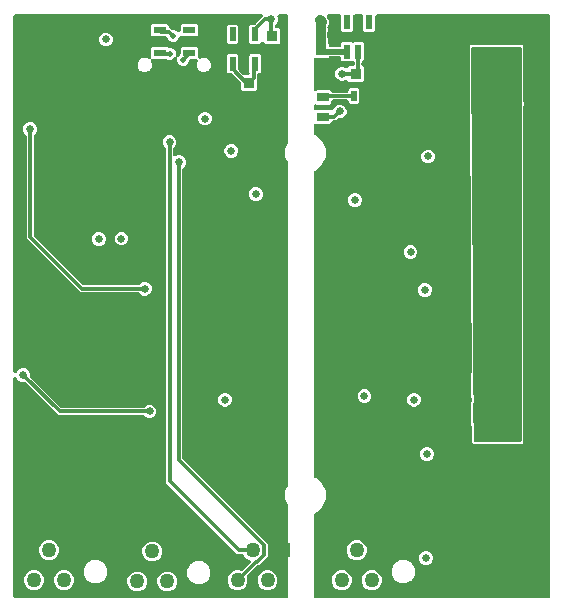
<source format=gbl>
G04 EAGLE Gerber RS-274X export*
G75*
%MOMM*%
%FSLAX34Y34*%
%LPD*%
%INBottom Copper*%
%IPPOS*%
%AMOC8*
5,1,8,0,0,1.08239X$1,22.5*%
G01*
G04 Define Apertures*
%ADD10R,0.920900X0.970200*%
%ADD11R,0.970200X0.920900*%
%ADD12R,1.100000X0.600000*%
%ADD13R,1.275000X1.275000*%
%ADD14C,1.275000*%
%ADD15R,0.600000X1.200000*%
%ADD16R,1.164600X1.815300*%
%ADD17R,0.973900X0.798700*%
%ADD18R,0.511800X0.911800*%
%ADD19C,1.275000*%
%ADD20C,0.900000*%
%ADD21C,0.650000*%
%ADD22C,0.304800*%
%ADD23C,0.500000*%
%ADD24C,0.600000*%
%ADD25C,0.508000*%
%ADD26C,0.812800*%
G36*
X456308Y2883D02*
X456809Y3226D01*
X457136Y3737D01*
X457238Y4286D01*
X457238Y495714D01*
X457117Y496308D01*
X456774Y496809D01*
X456263Y497136D01*
X455714Y497238D01*
X310624Y497238D01*
X310030Y497117D01*
X309529Y496774D01*
X309202Y496263D01*
X309100Y495714D01*
X309100Y483672D01*
X307928Y482500D01*
X300272Y482500D01*
X299100Y483672D01*
X299100Y495714D01*
X298979Y496308D01*
X298636Y496809D01*
X298125Y497136D01*
X297576Y497238D01*
X291624Y497238D01*
X291030Y497117D01*
X290529Y496774D01*
X290202Y496263D01*
X290100Y495714D01*
X290100Y483672D01*
X288928Y482500D01*
X281272Y482500D01*
X280100Y483672D01*
X280100Y495714D01*
X279979Y496308D01*
X279636Y496809D01*
X279125Y497136D01*
X278576Y497238D01*
X269383Y497238D01*
X268789Y497117D01*
X268289Y496774D01*
X267962Y496263D01*
X267860Y495665D01*
X267975Y495131D01*
X268433Y494026D01*
X268763Y493532D01*
X268771Y493524D01*
X269583Y491563D01*
X269583Y489441D01*
X268699Y487307D01*
X268583Y486724D01*
X268583Y485955D01*
X268699Y485371D01*
X268790Y485152D01*
X268790Y482848D01*
X268699Y482629D01*
X268583Y482045D01*
X268583Y477955D01*
X268699Y477371D01*
X268790Y477152D01*
X268790Y474632D01*
X268753Y474444D01*
X268879Y473851D01*
X269200Y473379D01*
X270100Y472479D01*
X270100Y470834D01*
X270221Y470240D01*
X270564Y469739D01*
X271075Y469412D01*
X271624Y469310D01*
X278576Y469310D01*
X279170Y469431D01*
X279671Y469774D01*
X279998Y470285D01*
X280100Y470834D01*
X280100Y472328D01*
X281272Y473500D01*
X289008Y473500D01*
X289278Y473321D01*
X289874Y473210D01*
X290467Y473340D01*
X290700Y473500D01*
X298428Y473500D01*
X299600Y472328D01*
X299600Y458672D01*
X298273Y457345D01*
X297823Y457036D01*
X297496Y456525D01*
X297394Y455976D01*
X297394Y454724D01*
X297515Y454130D01*
X297840Y453647D01*
X299159Y452328D01*
X299159Y440970D01*
X297987Y439798D01*
X287121Y439798D01*
X285830Y441089D01*
X285829Y441097D01*
X285486Y441597D01*
X284975Y441924D01*
X284377Y442026D01*
X283842Y441910D01*
X282152Y441210D01*
X279848Y441210D01*
X277720Y442092D01*
X276092Y443720D01*
X275210Y445848D01*
X275210Y448152D01*
X276092Y450280D01*
X277720Y451909D01*
X279848Y452790D01*
X282152Y452790D01*
X284223Y451932D01*
X284818Y451816D01*
X285412Y451942D01*
X285884Y452263D01*
X287121Y453500D01*
X290282Y453500D01*
X290876Y453621D01*
X291377Y453964D01*
X291704Y454475D01*
X291806Y455024D01*
X291806Y455976D01*
X291685Y456570D01*
X291342Y457071D01*
X290950Y457322D01*
X290928Y457344D01*
X290422Y457679D01*
X289826Y457790D01*
X289233Y457660D01*
X289000Y457500D01*
X281272Y457500D01*
X280100Y458672D01*
X280100Y460166D01*
X279979Y460760D01*
X279636Y461261D01*
X279125Y461588D01*
X278576Y461690D01*
X270808Y461690D01*
X270214Y461569D01*
X269731Y461244D01*
X268928Y460442D01*
X258524Y460442D01*
X257930Y460321D01*
X257429Y459978D01*
X257102Y459467D01*
X257000Y458918D01*
X257000Y434095D01*
X257121Y433501D01*
X257464Y433001D01*
X257975Y432674D01*
X258573Y432572D01*
X259163Y432712D01*
X259384Y432866D01*
X270845Y432866D01*
X272271Y431440D01*
X272776Y431105D01*
X273348Y430994D01*
X285017Y430994D01*
X285611Y431115D01*
X286112Y431458D01*
X286439Y431969D01*
X286541Y432518D01*
X286541Y433587D01*
X287713Y434759D01*
X294487Y434759D01*
X295659Y433587D01*
X295659Y422813D01*
X294487Y421641D01*
X287713Y421641D01*
X286541Y422813D01*
X286541Y423882D01*
X286420Y424476D01*
X286077Y424977D01*
X285566Y425304D01*
X285017Y425406D01*
X273541Y425406D01*
X272947Y425285D01*
X272446Y424942D01*
X272119Y424431D01*
X272017Y423882D01*
X272017Y422050D01*
X270845Y420879D01*
X259372Y420879D01*
X259096Y421061D01*
X258500Y421173D01*
X257907Y421042D01*
X257413Y420692D01*
X257094Y420175D01*
X257000Y419649D01*
X257000Y417791D01*
X257121Y417197D01*
X257464Y416697D01*
X257975Y416370D01*
X258573Y416268D01*
X259163Y416408D01*
X259384Y416562D01*
X270845Y416562D01*
X271025Y416382D01*
X271530Y416047D01*
X272127Y415936D01*
X272719Y416066D01*
X273214Y416417D01*
X273510Y416877D01*
X274092Y418280D01*
X275720Y419909D01*
X277848Y420790D01*
X280152Y420790D01*
X282280Y419909D01*
X283909Y418280D01*
X284790Y416152D01*
X284790Y413848D01*
X283909Y411720D01*
X282280Y410092D01*
X280152Y409210D01*
X277793Y409210D01*
X277198Y409089D01*
X276715Y408764D01*
X275725Y407774D01*
X273541Y407774D01*
X272947Y407653D01*
X272446Y407310D01*
X272119Y406799D01*
X272017Y406250D01*
X272017Y405746D01*
X270845Y404575D01*
X259372Y404575D01*
X259096Y404757D01*
X258500Y404869D01*
X257907Y404738D01*
X257413Y404388D01*
X257094Y403871D01*
X257000Y403345D01*
X257000Y396519D01*
X257121Y395925D01*
X257464Y395425D01*
X257941Y395111D01*
X259630Y394412D01*
X264412Y389630D01*
X267000Y383382D01*
X267000Y376619D01*
X264412Y370370D01*
X259630Y365588D01*
X257941Y364889D01*
X257438Y364550D01*
X257107Y364041D01*
X257000Y363481D01*
X257000Y106519D01*
X257121Y105925D01*
X257464Y105425D01*
X257941Y105111D01*
X259630Y104412D01*
X264412Y99630D01*
X267000Y93382D01*
X267000Y86619D01*
X264412Y80370D01*
X259630Y75588D01*
X257941Y74889D01*
X257438Y74550D01*
X257107Y74041D01*
X257000Y73481D01*
X257000Y4286D01*
X257121Y3692D01*
X257464Y3191D01*
X257975Y2864D01*
X258524Y2762D01*
X455714Y2762D01*
X456308Y2883D01*
G37*
%LPC*%
G36*
X407499Y133471D02*
X407276Y133619D01*
X406704Y133730D01*
X392994Y133730D01*
X392638Y133767D01*
X392448Y133825D01*
X392256Y133920D01*
X392084Y134047D01*
X391935Y134200D01*
X391798Y134401D01*
X391618Y134617D01*
X390915Y135321D01*
X390915Y146748D01*
X391115Y147050D01*
X391226Y147646D01*
X391096Y148238D01*
X390780Y148699D01*
X389931Y149548D01*
X389931Y169358D01*
X390872Y170299D01*
X391207Y170805D01*
X391318Y171401D01*
X391188Y171993D01*
X390872Y172454D01*
X389931Y173395D01*
X389931Y193205D01*
X390733Y194006D01*
X391067Y194512D01*
X391179Y195096D01*
X390541Y277366D01*
X390416Y277959D01*
X390095Y278431D01*
X389931Y278595D01*
X389931Y298409D01*
X390258Y298903D01*
X390370Y299487D01*
X390346Y302561D01*
X390220Y303154D01*
X389931Y303580D01*
X389931Y323507D01*
X390066Y323711D01*
X390177Y324294D01*
X389614Y397002D01*
X389488Y397596D01*
X389167Y398068D01*
X388915Y398321D01*
X388915Y409679D01*
X389060Y409824D01*
X389394Y410330D01*
X389506Y410913D01*
X389049Y469905D01*
X389089Y470292D01*
X389146Y470476D01*
X389243Y470667D01*
X389371Y470838D01*
X389526Y470986D01*
X389703Y471105D01*
X389898Y471193D01*
X390105Y471246D01*
X390382Y471270D01*
X432917Y471270D01*
X433289Y471230D01*
X433476Y471171D01*
X433667Y471075D01*
X433838Y470947D01*
X433986Y470792D01*
X434105Y470615D01*
X434193Y470420D01*
X434246Y470213D01*
X434270Y469936D01*
X434270Y424710D01*
X434386Y424127D01*
X434790Y423152D01*
X434790Y420848D01*
X434386Y419873D01*
X434270Y419290D01*
X434270Y135083D01*
X434230Y134711D01*
X434171Y134524D01*
X434075Y134333D01*
X433947Y134162D01*
X433792Y134014D01*
X433615Y133895D01*
X433420Y133807D01*
X433213Y133754D01*
X432936Y133730D01*
X421788Y133730D01*
X421194Y133609D01*
X420988Y133471D01*
X407499Y133471D01*
G37*
G36*
X352848Y371210D02*
X350720Y372092D01*
X349092Y373720D01*
X348210Y375848D01*
X348210Y378152D01*
X349092Y380280D01*
X350720Y381909D01*
X352848Y382790D01*
X355152Y382790D01*
X357280Y381909D01*
X358909Y380280D01*
X359790Y378152D01*
X359790Y375848D01*
X358909Y373720D01*
X357280Y372092D01*
X355152Y371210D01*
X352848Y371210D01*
G37*
G36*
X290848Y334210D02*
X288720Y335092D01*
X287092Y336720D01*
X286210Y338848D01*
X286210Y341152D01*
X287092Y343280D01*
X288720Y344909D01*
X290848Y345790D01*
X293152Y345790D01*
X295280Y344909D01*
X296909Y343280D01*
X297790Y341152D01*
X297790Y338848D01*
X296909Y336720D01*
X295280Y335092D01*
X293152Y334210D01*
X290848Y334210D01*
G37*
G36*
X337848Y290210D02*
X335720Y291092D01*
X334092Y292720D01*
X333210Y294848D01*
X333210Y297152D01*
X334092Y299280D01*
X335720Y300909D01*
X337848Y301790D01*
X340152Y301790D01*
X342280Y300909D01*
X343909Y299280D01*
X344790Y297152D01*
X344790Y294848D01*
X343909Y292720D01*
X342280Y291092D01*
X340152Y290210D01*
X337848Y290210D01*
G37*
G36*
X349848Y258210D02*
X347720Y259092D01*
X346092Y260720D01*
X345210Y262848D01*
X345210Y265152D01*
X346092Y267280D01*
X347720Y268909D01*
X349848Y269790D01*
X352152Y269790D01*
X354280Y268909D01*
X355909Y267280D01*
X356790Y265152D01*
X356790Y262848D01*
X355909Y260720D01*
X354280Y259092D01*
X352152Y258210D01*
X349848Y258210D01*
G37*
G36*
X298848Y168210D02*
X296720Y169092D01*
X295092Y170720D01*
X294210Y172848D01*
X294210Y175152D01*
X295092Y177280D01*
X296720Y178909D01*
X298848Y179790D01*
X301152Y179790D01*
X303280Y178909D01*
X304909Y177280D01*
X305790Y175152D01*
X305790Y172848D01*
X304909Y170720D01*
X303280Y169092D01*
X301152Y168210D01*
X298848Y168210D01*
G37*
G36*
X340848Y165210D02*
X338720Y166092D01*
X337092Y167720D01*
X336210Y169848D01*
X336210Y172152D01*
X337092Y174280D01*
X338720Y175909D01*
X340848Y176790D01*
X343152Y176790D01*
X345280Y175909D01*
X346909Y174280D01*
X347790Y172152D01*
X347790Y169848D01*
X346909Y167720D01*
X345280Y166092D01*
X343152Y165210D01*
X340848Y165210D01*
G37*
G36*
X351848Y119210D02*
X349720Y120092D01*
X348092Y121720D01*
X347210Y123848D01*
X347210Y126152D01*
X348092Y128280D01*
X349720Y129909D01*
X351848Y130790D01*
X354152Y130790D01*
X356280Y129909D01*
X357909Y128280D01*
X358790Y126152D01*
X358790Y123848D01*
X357909Y121720D01*
X356280Y120092D01*
X354152Y119210D01*
X351848Y119210D01*
G37*
G36*
X291734Y35125D02*
X288656Y36400D01*
X286300Y38756D01*
X285025Y41834D01*
X285025Y45166D01*
X286300Y48244D01*
X288656Y50600D01*
X291734Y51875D01*
X295066Y51875D01*
X298144Y50600D01*
X300500Y48244D01*
X301775Y45166D01*
X301775Y41834D01*
X300500Y38756D01*
X298144Y36400D01*
X295066Y35125D01*
X291734Y35125D01*
G37*
G36*
X350848Y31210D02*
X348720Y32092D01*
X347092Y33720D01*
X346210Y35848D01*
X346210Y38152D01*
X347092Y40280D01*
X348720Y41909D01*
X350848Y42790D01*
X353152Y42790D01*
X355280Y41909D01*
X356909Y40280D01*
X357790Y38152D01*
X357790Y35848D01*
X356909Y33720D01*
X355280Y32092D01*
X353152Y31210D01*
X350848Y31210D01*
G37*
G36*
X330188Y15750D02*
X328565Y16687D01*
X328386Y16775D01*
X327277Y17234D01*
X326955Y17556D01*
X326640Y17798D01*
X325663Y18363D01*
X325098Y19340D01*
X324856Y19655D01*
X324534Y19977D01*
X324075Y21086D01*
X323987Y21265D01*
X323050Y22888D01*
X323050Y28113D01*
X323987Y29735D01*
X324075Y29914D01*
X324534Y31023D01*
X324856Y31345D01*
X325098Y31660D01*
X325663Y32638D01*
X326640Y33202D01*
X326955Y33444D01*
X327277Y33766D01*
X328386Y34225D01*
X328565Y34313D01*
X330188Y35250D01*
X335413Y35250D01*
X337035Y34313D01*
X337214Y34225D01*
X338323Y33766D01*
X338645Y33444D01*
X338960Y33202D01*
X339938Y32638D01*
X340502Y31660D01*
X340744Y31345D01*
X341066Y31023D01*
X341525Y29914D01*
X341613Y29735D01*
X342550Y28113D01*
X342550Y22888D01*
X341613Y21265D01*
X341525Y21086D01*
X341066Y19977D01*
X340744Y19655D01*
X340502Y19340D01*
X339938Y18363D01*
X338960Y17798D01*
X338645Y17556D01*
X338323Y17234D01*
X337214Y16775D01*
X337035Y16687D01*
X335413Y15750D01*
X330188Y15750D01*
G37*
G36*
X304434Y9725D02*
X301356Y11000D01*
X299000Y13356D01*
X297725Y16434D01*
X297725Y19766D01*
X299000Y22844D01*
X301356Y25200D01*
X304434Y26475D01*
X307766Y26475D01*
X310844Y25200D01*
X313200Y22844D01*
X314475Y19766D01*
X314475Y16434D01*
X313200Y13356D01*
X310844Y11000D01*
X307766Y9725D01*
X304434Y9725D01*
G37*
G36*
X279034Y9725D02*
X275956Y11000D01*
X273600Y13356D01*
X272325Y16434D01*
X272325Y19766D01*
X273600Y22844D01*
X275956Y25200D01*
X279034Y26475D01*
X282366Y26475D01*
X285444Y25200D01*
X287800Y22844D01*
X289075Y19766D01*
X289075Y16434D01*
X287800Y13356D01*
X285444Y11000D01*
X282366Y9725D01*
X279034Y9725D01*
G37*
%LPD*%
G36*
X234070Y2883D02*
X234571Y3226D01*
X234898Y3737D01*
X235000Y4286D01*
X235000Y22219D01*
X234850Y22779D01*
X234850Y28221D01*
X235000Y28781D01*
X235000Y81487D01*
X234884Y82070D01*
X233000Y86619D01*
X233000Y93382D01*
X234884Y97930D01*
X235000Y98513D01*
X235000Y371487D01*
X234884Y372070D01*
X233000Y376619D01*
X233000Y383382D01*
X234884Y387930D01*
X235000Y388513D01*
X235000Y495714D01*
X234879Y496308D01*
X234536Y496809D01*
X234025Y497136D01*
X233476Y497238D01*
X227792Y497238D01*
X227198Y497117D01*
X226698Y496774D01*
X226371Y496263D01*
X226269Y495665D01*
X226384Y495131D01*
X226790Y494152D01*
X226790Y491848D01*
X225909Y489720D01*
X224240Y488052D01*
X223905Y487546D01*
X223794Y486950D01*
X223924Y486358D01*
X224275Y485863D01*
X224791Y485544D01*
X225318Y485451D01*
X227379Y485451D01*
X228551Y484279D01*
X228551Y473413D01*
X227379Y472242D01*
X216021Y472242D01*
X214523Y473739D01*
X214017Y474074D01*
X213421Y474185D01*
X212829Y474055D01*
X212368Y473739D01*
X211128Y472500D01*
X203472Y472500D01*
X202300Y473672D01*
X202300Y487328D01*
X203472Y488500D01*
X206717Y488500D01*
X207312Y488621D01*
X207795Y488946D01*
X213485Y494636D01*
X213820Y495142D01*
X213931Y495738D01*
X213801Y496331D01*
X213450Y496825D01*
X212934Y497144D01*
X212407Y497238D01*
X4286Y497238D01*
X3692Y497117D01*
X3191Y496774D01*
X2864Y496263D01*
X2762Y495714D01*
X2762Y194903D01*
X2883Y194309D01*
X3226Y193809D01*
X3737Y193482D01*
X4335Y193380D01*
X4925Y193520D01*
X5414Y193879D01*
X5694Y194320D01*
X6092Y195280D01*
X7720Y196909D01*
X9848Y197790D01*
X12152Y197790D01*
X14280Y196909D01*
X15909Y195280D01*
X16790Y193152D01*
X16790Y190793D01*
X16911Y190198D01*
X17236Y189715D01*
X42711Y164240D01*
X43217Y163905D01*
X43789Y163794D01*
X111974Y163794D01*
X112569Y163915D01*
X113052Y164240D01*
X114720Y165909D01*
X116848Y166790D01*
X119152Y166790D01*
X121280Y165909D01*
X122909Y164280D01*
X123790Y162152D01*
X123790Y159848D01*
X122909Y157720D01*
X121280Y156092D01*
X119152Y155210D01*
X116848Y155210D01*
X114720Y156092D01*
X113052Y157760D01*
X112546Y158095D01*
X111974Y158206D01*
X40843Y158206D01*
X13285Y185764D01*
X12779Y186099D01*
X12207Y186210D01*
X9848Y186210D01*
X7720Y187092D01*
X6092Y188720D01*
X5694Y189680D01*
X5355Y190183D01*
X4847Y190514D01*
X4250Y190620D01*
X3658Y190485D01*
X3166Y190130D01*
X2852Y189612D01*
X2762Y189097D01*
X2762Y4286D01*
X2883Y3692D01*
X3226Y3191D01*
X3737Y2864D01*
X4286Y2762D01*
X233476Y2762D01*
X234070Y2883D01*
G37*
%LPC*%
G36*
X136998Y473960D02*
X135145Y474727D01*
X133727Y476145D01*
X133059Y477759D01*
X132720Y478262D01*
X132211Y478593D01*
X131651Y478700D01*
X120472Y478700D01*
X119300Y479872D01*
X119300Y487528D01*
X120472Y488700D01*
X133128Y488700D01*
X134300Y487528D01*
X134300Y487018D01*
X134421Y486424D01*
X134764Y485923D01*
X135275Y485596D01*
X135373Y485578D01*
X136465Y484486D01*
X136971Y484151D01*
X137543Y484040D01*
X139003Y484040D01*
X140855Y483273D01*
X141698Y482429D01*
X142204Y482094D01*
X142800Y481983D01*
X143393Y482113D01*
X143887Y482464D01*
X144206Y482980D01*
X144300Y483507D01*
X144300Y487528D01*
X145472Y488700D01*
X158128Y488700D01*
X159300Y487528D01*
X159300Y479872D01*
X158128Y478700D01*
X145421Y478700D01*
X145065Y478936D01*
X144469Y479047D01*
X143876Y478917D01*
X143382Y478566D01*
X143085Y478106D01*
X142273Y476145D01*
X140855Y474727D01*
X139003Y473960D01*
X136998Y473960D01*
G37*
G36*
X184472Y472500D02*
X183300Y473672D01*
X183300Y487328D01*
X184472Y488500D01*
X192128Y488500D01*
X193300Y487328D01*
X193300Y473672D01*
X192128Y472500D01*
X184472Y472500D01*
G37*
G36*
X100143Y477530D02*
X100037Y477544D01*
X99933Y477567D01*
X99831Y477599D01*
X99732Y477640D01*
X99638Y477689D01*
X99547Y477747D01*
X99463Y477812D01*
X99384Y477884D01*
X99312Y477963D01*
X99247Y478047D01*
X99189Y478138D01*
X99140Y478232D01*
X99099Y478331D01*
X99067Y478433D01*
X99044Y478537D01*
X99030Y478643D01*
X99024Y478784D01*
X99024Y485216D01*
X99030Y485357D01*
X99044Y485463D01*
X99067Y485567D01*
X99099Y485669D01*
X99140Y485768D01*
X99189Y485862D01*
X99247Y485953D01*
X99312Y486037D01*
X99384Y486116D01*
X99463Y486188D01*
X99547Y486253D01*
X99638Y486311D01*
X99732Y486360D01*
X99831Y486401D01*
X99933Y486433D01*
X100037Y486456D01*
X100143Y486470D01*
X100250Y486475D01*
X100357Y486470D01*
X100463Y486456D01*
X100567Y486433D01*
X100669Y486401D01*
X100768Y486360D01*
X100862Y486311D01*
X100953Y486253D01*
X101037Y486188D01*
X101116Y486116D01*
X101188Y486037D01*
X101253Y485953D01*
X101311Y485862D01*
X101360Y485768D01*
X101401Y485669D01*
X101433Y485567D01*
X101456Y485463D01*
X101470Y485357D01*
X101476Y485216D01*
X101476Y478784D01*
X101470Y478643D01*
X101456Y478537D01*
X101433Y478433D01*
X101401Y478331D01*
X101360Y478232D01*
X101311Y478138D01*
X101253Y478047D01*
X101188Y477963D01*
X101116Y477884D01*
X101037Y477812D01*
X100953Y477747D01*
X100862Y477689D01*
X100768Y477640D01*
X100669Y477599D01*
X100567Y477567D01*
X100463Y477544D01*
X100357Y477530D01*
X100250Y477525D01*
X100143Y477530D01*
G37*
G36*
X177643Y477530D02*
X177537Y477544D01*
X177433Y477567D01*
X177331Y477599D01*
X177232Y477640D01*
X177138Y477689D01*
X177047Y477747D01*
X176963Y477812D01*
X176884Y477884D01*
X176812Y477963D01*
X176747Y478047D01*
X176689Y478138D01*
X176640Y478232D01*
X176599Y478331D01*
X176567Y478433D01*
X176544Y478537D01*
X176530Y478643D01*
X176524Y478784D01*
X176524Y485216D01*
X176530Y485357D01*
X176544Y485463D01*
X176567Y485567D01*
X176599Y485669D01*
X176640Y485768D01*
X176689Y485862D01*
X176747Y485953D01*
X176812Y486037D01*
X176884Y486116D01*
X176963Y486188D01*
X177047Y486253D01*
X177138Y486311D01*
X177232Y486360D01*
X177331Y486401D01*
X177433Y486433D01*
X177537Y486456D01*
X177643Y486470D01*
X177750Y486475D01*
X177857Y486470D01*
X177963Y486456D01*
X178067Y486433D01*
X178169Y486401D01*
X178268Y486360D01*
X178362Y486311D01*
X178453Y486253D01*
X178537Y486188D01*
X178616Y486116D01*
X178688Y486037D01*
X178753Y485953D01*
X178811Y485862D01*
X178860Y485768D01*
X178901Y485669D01*
X178933Y485567D01*
X178956Y485463D01*
X178970Y485357D01*
X178976Y485216D01*
X178976Y478784D01*
X178970Y478643D01*
X178956Y478537D01*
X178933Y478433D01*
X178901Y478331D01*
X178860Y478232D01*
X178811Y478138D01*
X178753Y478047D01*
X178688Y477963D01*
X178616Y477884D01*
X178537Y477812D01*
X178453Y477747D01*
X178362Y477689D01*
X178268Y477640D01*
X178169Y477599D01*
X178067Y477567D01*
X177963Y477544D01*
X177857Y477530D01*
X177750Y477525D01*
X177643Y477530D01*
G37*
G36*
X79848Y470210D02*
X77720Y471092D01*
X76092Y472720D01*
X75210Y474848D01*
X75210Y477152D01*
X76092Y479280D01*
X77720Y480909D01*
X79848Y481790D01*
X82152Y481790D01*
X84280Y480909D01*
X85909Y479280D01*
X86790Y477152D01*
X86790Y474848D01*
X85909Y472720D01*
X84280Y471092D01*
X82152Y470210D01*
X79848Y470210D01*
G37*
G36*
X163279Y448425D02*
X162808Y448500D01*
X162807Y448500D01*
X161977Y448844D01*
X161865Y448885D01*
X160292Y449396D01*
X159494Y450494D01*
X159339Y450676D01*
X158913Y451101D01*
X158798Y451381D01*
X158622Y451694D01*
X158000Y452550D01*
X158000Y456450D01*
X158604Y457280D01*
X158855Y457832D01*
X158872Y458438D01*
X158651Y459003D01*
X158227Y459437D01*
X157371Y459700D01*
X153064Y459700D01*
X152470Y459579D01*
X151969Y459236D01*
X151642Y458725D01*
X151540Y458176D01*
X151540Y457498D01*
X150773Y455645D01*
X149355Y454227D01*
X147503Y453460D01*
X145498Y453460D01*
X143645Y454227D01*
X142227Y455645D01*
X141460Y457498D01*
X141460Y459653D01*
X141339Y460248D01*
X140996Y460748D01*
X140485Y461075D01*
X139887Y461176D01*
X139297Y461037D01*
X138858Y460731D01*
X137855Y459727D01*
X136003Y458960D01*
X133998Y458960D01*
X132491Y459584D01*
X131908Y459700D01*
X120629Y459700D01*
X120035Y459579D01*
X119535Y459236D01*
X119208Y458725D01*
X119106Y458127D01*
X119396Y457280D01*
X120000Y456450D01*
X120000Y452550D01*
X119378Y451694D01*
X119202Y451381D01*
X119087Y451101D01*
X118661Y450676D01*
X118506Y450494D01*
X117708Y449396D01*
X116135Y448885D01*
X116023Y448844D01*
X115193Y448500D01*
X115192Y448500D01*
X114721Y448425D01*
X114000Y448191D01*
X113279Y448425D01*
X112808Y448500D01*
X112807Y448500D01*
X111977Y448844D01*
X111865Y448885D01*
X110292Y449396D01*
X109494Y450494D01*
X109339Y450676D01*
X108913Y451101D01*
X108798Y451381D01*
X108622Y451694D01*
X108000Y452550D01*
X108000Y456450D01*
X108622Y457306D01*
X108798Y457619D01*
X108913Y457899D01*
X109339Y458324D01*
X109494Y458506D01*
X110292Y459604D01*
X111865Y460115D01*
X111977Y460156D01*
X112807Y460500D01*
X112808Y460500D01*
X113279Y460575D01*
X114000Y460809D01*
X114721Y460575D01*
X115192Y460500D01*
X115193Y460500D01*
X116023Y460156D01*
X116135Y460115D01*
X117305Y459735D01*
X117908Y459666D01*
X118489Y459838D01*
X118958Y460223D01*
X119240Y460760D01*
X119300Y461184D01*
X119300Y468528D01*
X120472Y469700D01*
X133128Y469700D01*
X133342Y469486D01*
X133848Y469151D01*
X134420Y469040D01*
X136003Y469040D01*
X137855Y468273D01*
X139273Y466855D01*
X140040Y465003D01*
X140040Y462847D01*
X140161Y462253D01*
X140504Y461752D01*
X141015Y461425D01*
X141613Y461324D01*
X142203Y461463D01*
X142642Y461769D01*
X143854Y462981D01*
X144189Y463487D01*
X144300Y464059D01*
X144300Y468528D01*
X145472Y469700D01*
X158128Y469700D01*
X159300Y468528D01*
X159300Y461379D01*
X159421Y460785D01*
X159764Y460285D01*
X160275Y459958D01*
X160873Y459856D01*
X161295Y459930D01*
X161865Y460115D01*
X161977Y460156D01*
X162807Y460500D01*
X162808Y460500D01*
X163279Y460575D01*
X164000Y460809D01*
X164721Y460575D01*
X165192Y460500D01*
X165193Y460500D01*
X166023Y460156D01*
X166135Y460115D01*
X167708Y459604D01*
X168506Y458506D01*
X168661Y458324D01*
X169087Y457899D01*
X169202Y457619D01*
X169378Y457306D01*
X170000Y456450D01*
X170000Y452550D01*
X169378Y451694D01*
X169202Y451381D01*
X169087Y451101D01*
X168661Y450676D01*
X168506Y450494D01*
X167708Y449396D01*
X166135Y448885D01*
X166023Y448844D01*
X165193Y448500D01*
X165192Y448500D01*
X164721Y448425D01*
X164000Y448191D01*
X163279Y448425D01*
G37*
G36*
X200848Y432210D02*
X200551Y432333D01*
X199968Y432449D01*
X196721Y432449D01*
X195550Y433621D01*
X195550Y439184D01*
X195429Y439779D01*
X195103Y440262D01*
X188311Y447054D01*
X187806Y447389D01*
X187234Y447500D01*
X184472Y447500D01*
X183300Y448672D01*
X183300Y462328D01*
X184472Y463500D01*
X192128Y463500D01*
X193300Y462328D01*
X193300Y450599D01*
X193421Y450004D01*
X193746Y449521D01*
X196670Y446597D01*
X197176Y446262D01*
X197748Y446151D01*
X201141Y446151D01*
X201736Y446272D01*
X202236Y446615D01*
X202563Y447126D01*
X202665Y447724D01*
X202525Y448314D01*
X202300Y448636D01*
X202300Y462328D01*
X203472Y463500D01*
X211128Y463500D01*
X212300Y462328D01*
X212300Y448672D01*
X211128Y447500D01*
X210618Y447500D01*
X210024Y447379D01*
X209523Y447036D01*
X209196Y446525D01*
X209094Y445976D01*
X209094Y442086D01*
X208870Y441748D01*
X208759Y441176D01*
X208759Y433621D01*
X207587Y432449D01*
X204032Y432449D01*
X203449Y432333D01*
X203152Y432210D01*
X200848Y432210D01*
G37*
G36*
X101513Y437036D02*
X101277Y437067D01*
X101045Y437118D01*
X100818Y437190D01*
X100599Y437281D01*
X100388Y437391D01*
X100187Y437518D01*
X99999Y437663D01*
X99823Y437823D01*
X99663Y437999D01*
X99518Y438187D01*
X99391Y438388D01*
X99281Y438599D01*
X99190Y438818D01*
X99118Y439045D01*
X99067Y439277D01*
X99036Y439513D01*
X99024Y439783D01*
X99024Y448217D01*
X99036Y448487D01*
X99067Y448723D01*
X99118Y448955D01*
X99190Y449182D01*
X99281Y449401D01*
X99391Y449613D01*
X99518Y449813D01*
X99663Y450001D01*
X99823Y450177D01*
X99999Y450337D01*
X100187Y450482D01*
X100388Y450609D01*
X100599Y450719D01*
X100818Y450810D01*
X101045Y450882D01*
X101277Y450933D01*
X101513Y450964D01*
X101750Y450975D01*
X101987Y450964D01*
X102223Y450933D01*
X102455Y450882D01*
X102682Y450810D01*
X102901Y450719D01*
X103113Y450609D01*
X103313Y450482D01*
X103501Y450337D01*
X103677Y450177D01*
X103837Y450001D01*
X103982Y449813D01*
X104109Y449613D01*
X104219Y449401D01*
X104310Y449182D01*
X104382Y448955D01*
X104433Y448723D01*
X104464Y448487D01*
X104476Y448217D01*
X104476Y439783D01*
X104464Y439513D01*
X104433Y439277D01*
X104382Y439045D01*
X104310Y438818D01*
X104219Y438599D01*
X104109Y438388D01*
X103982Y438187D01*
X103837Y437999D01*
X103677Y437823D01*
X103501Y437663D01*
X103313Y437518D01*
X103113Y437391D01*
X102901Y437281D01*
X102682Y437190D01*
X102455Y437118D01*
X102223Y437067D01*
X101987Y437036D01*
X101750Y437025D01*
X101513Y437036D01*
G37*
G36*
X176013Y437036D02*
X175777Y437067D01*
X175545Y437118D01*
X175318Y437190D01*
X175099Y437281D01*
X174888Y437391D01*
X174687Y437518D01*
X174499Y437663D01*
X174323Y437823D01*
X174163Y437999D01*
X174018Y438187D01*
X173891Y438388D01*
X173781Y438599D01*
X173690Y438818D01*
X173618Y439045D01*
X173567Y439277D01*
X173536Y439513D01*
X173524Y439783D01*
X173524Y448217D01*
X173536Y448487D01*
X173567Y448723D01*
X173618Y448955D01*
X173690Y449182D01*
X173781Y449401D01*
X173891Y449613D01*
X174018Y449813D01*
X174163Y450001D01*
X174323Y450177D01*
X174499Y450337D01*
X174687Y450482D01*
X174888Y450609D01*
X175099Y450719D01*
X175318Y450810D01*
X175545Y450882D01*
X175777Y450933D01*
X176013Y450964D01*
X176250Y450975D01*
X176487Y450964D01*
X176723Y450933D01*
X176955Y450882D01*
X177182Y450810D01*
X177401Y450719D01*
X177613Y450609D01*
X177813Y450482D01*
X178001Y450337D01*
X178177Y450177D01*
X178337Y450001D01*
X178482Y449813D01*
X178609Y449613D01*
X178719Y449401D01*
X178810Y449182D01*
X178882Y448955D01*
X178933Y448723D01*
X178964Y448487D01*
X178976Y448217D01*
X178976Y439783D01*
X178964Y439513D01*
X178933Y439277D01*
X178882Y439045D01*
X178810Y438818D01*
X178719Y438599D01*
X178609Y438388D01*
X178482Y438187D01*
X178337Y437999D01*
X178177Y437823D01*
X178001Y437663D01*
X177813Y437518D01*
X177613Y437391D01*
X177401Y437281D01*
X177182Y437190D01*
X176955Y437118D01*
X176723Y437067D01*
X176487Y437036D01*
X176250Y437025D01*
X176013Y437036D01*
G37*
G36*
X163848Y403210D02*
X161720Y404092D01*
X160092Y405720D01*
X159210Y407848D01*
X159210Y410152D01*
X160092Y412280D01*
X161720Y413909D01*
X163848Y414790D01*
X166152Y414790D01*
X168280Y413909D01*
X169909Y412280D01*
X170790Y410152D01*
X170790Y407848D01*
X169909Y405720D01*
X168280Y404092D01*
X166152Y403210D01*
X163848Y403210D01*
G37*
G36*
X112848Y259210D02*
X110720Y260092D01*
X109052Y261760D01*
X108546Y262095D01*
X107974Y262206D01*
X59843Y262206D01*
X14206Y307843D01*
X14206Y393974D01*
X14085Y394569D01*
X13760Y395052D01*
X12092Y396720D01*
X11210Y398848D01*
X11210Y401152D01*
X12092Y403280D01*
X13720Y404909D01*
X15848Y405790D01*
X18152Y405790D01*
X20280Y404909D01*
X21909Y403280D01*
X22790Y401152D01*
X22790Y398848D01*
X21909Y396720D01*
X20240Y395052D01*
X19905Y394546D01*
X19794Y393974D01*
X19794Y310789D01*
X19915Y310194D01*
X20240Y309711D01*
X61711Y268240D01*
X62217Y267905D01*
X62789Y267794D01*
X107974Y267794D01*
X108569Y267915D01*
X109052Y268240D01*
X110720Y269909D01*
X112848Y270790D01*
X115152Y270790D01*
X117280Y269909D01*
X118909Y268280D01*
X119790Y266152D01*
X119790Y263848D01*
X118909Y261720D01*
X117280Y260092D01*
X115152Y259210D01*
X112848Y259210D01*
G37*
G36*
X190834Y9725D02*
X187756Y11000D01*
X185400Y13356D01*
X184125Y16434D01*
X184125Y19766D01*
X185400Y22844D01*
X187756Y25200D01*
X190834Y26475D01*
X194166Y26475D01*
X195175Y26057D01*
X195771Y25941D01*
X196364Y26066D01*
X196836Y26387D01*
X203364Y32915D01*
X203699Y33421D01*
X203810Y34017D01*
X203680Y34609D01*
X203329Y35104D01*
X202869Y35400D01*
X200456Y36400D01*
X198100Y38756D01*
X197682Y39765D01*
X197343Y40268D01*
X196835Y40599D01*
X196274Y40706D01*
X192343Y40706D01*
X132206Y100843D01*
X132206Y382974D01*
X132085Y383569D01*
X131760Y384052D01*
X130092Y385720D01*
X129210Y387848D01*
X129210Y390152D01*
X130092Y392280D01*
X131720Y393909D01*
X133848Y394790D01*
X136152Y394790D01*
X138280Y393909D01*
X139909Y392280D01*
X140790Y390152D01*
X140790Y387848D01*
X139909Y385720D01*
X138240Y384052D01*
X137905Y383546D01*
X137794Y382974D01*
X137794Y378391D01*
X137915Y377797D01*
X138258Y377297D01*
X138769Y376970D01*
X139367Y376868D01*
X139901Y376983D01*
X141848Y377790D01*
X144152Y377790D01*
X146280Y376909D01*
X147909Y375280D01*
X148790Y373152D01*
X148790Y370848D01*
X147909Y368720D01*
X146217Y367029D01*
X145882Y366523D01*
X145771Y365951D01*
X145771Y121511D01*
X145891Y120917D01*
X146217Y120434D01*
X217893Y48758D01*
X217893Y38242D01*
X210458Y30807D01*
X209790Y30807D01*
X209195Y30686D01*
X208712Y30361D01*
X200787Y22436D01*
X200452Y21930D01*
X200341Y21334D01*
X200457Y20775D01*
X200875Y19766D01*
X200875Y16434D01*
X199600Y13356D01*
X197244Y11000D01*
X194166Y9725D01*
X190834Y9725D01*
G37*
G36*
X186080Y376010D02*
X183951Y376892D01*
X182323Y378520D01*
X181441Y380648D01*
X181441Y382952D01*
X182323Y385080D01*
X183951Y386709D01*
X186080Y387590D01*
X188383Y387590D01*
X190511Y386709D01*
X192140Y385080D01*
X193021Y382952D01*
X193021Y380648D01*
X192140Y378520D01*
X190511Y376892D01*
X188383Y376010D01*
X186080Y376010D01*
G37*
G36*
X206848Y339210D02*
X204720Y340092D01*
X203092Y341720D01*
X202210Y343848D01*
X202210Y346152D01*
X203092Y348280D01*
X204720Y349909D01*
X206848Y350790D01*
X209152Y350790D01*
X211280Y349909D01*
X212909Y348280D01*
X213790Y346152D01*
X213790Y343848D01*
X212909Y341720D01*
X211280Y340092D01*
X209152Y339210D01*
X206848Y339210D01*
G37*
G36*
X93028Y301556D02*
X90900Y302438D01*
X89271Y304066D01*
X88390Y306194D01*
X88390Y308498D01*
X89271Y310626D01*
X90900Y312255D01*
X93028Y313136D01*
X95331Y313136D01*
X97459Y312255D01*
X99088Y310626D01*
X99970Y308498D01*
X99970Y306194D01*
X99088Y304066D01*
X97459Y302438D01*
X95331Y301556D01*
X93028Y301556D01*
G37*
G36*
X73848Y301210D02*
X71720Y302092D01*
X70092Y303720D01*
X69210Y305848D01*
X69210Y308152D01*
X70092Y310280D01*
X71720Y311909D01*
X73848Y312790D01*
X76152Y312790D01*
X78280Y311909D01*
X79909Y310280D01*
X80790Y308152D01*
X80790Y305848D01*
X79909Y303720D01*
X78280Y302092D01*
X76152Y301210D01*
X73848Y301210D01*
G37*
G36*
X180848Y165210D02*
X178720Y166092D01*
X177092Y167720D01*
X176210Y169848D01*
X176210Y172152D01*
X177092Y174280D01*
X178720Y175909D01*
X180848Y176790D01*
X183152Y176790D01*
X185280Y175909D01*
X186909Y174280D01*
X187790Y172152D01*
X187790Y169848D01*
X186909Y167720D01*
X185280Y166092D01*
X183152Y165210D01*
X180848Y165210D01*
G37*
G36*
X31172Y35125D02*
X28094Y36400D01*
X25738Y38756D01*
X24463Y41834D01*
X24463Y45166D01*
X25738Y48244D01*
X28094Y50600D01*
X31172Y51875D01*
X34504Y51875D01*
X37582Y50600D01*
X39938Y48244D01*
X41213Y45166D01*
X41213Y41834D01*
X39938Y38756D01*
X37582Y36400D01*
X34504Y35125D01*
X31172Y35125D01*
G37*
G36*
X118734Y34125D02*
X115656Y35400D01*
X113300Y37756D01*
X112025Y40834D01*
X112025Y44166D01*
X113300Y47244D01*
X115656Y49600D01*
X118734Y50875D01*
X122066Y50875D01*
X125144Y49600D01*
X127500Y47244D01*
X128775Y44166D01*
X128775Y40834D01*
X127500Y37756D01*
X125144Y35400D01*
X122066Y34125D01*
X118734Y34125D01*
G37*
G36*
X69626Y15750D02*
X68003Y16687D01*
X67824Y16775D01*
X66715Y17234D01*
X66393Y17556D01*
X66078Y17798D01*
X65101Y18363D01*
X64536Y19340D01*
X64294Y19655D01*
X63972Y19977D01*
X63513Y21086D01*
X63425Y21265D01*
X62488Y22888D01*
X62488Y28113D01*
X63425Y29735D01*
X63513Y29914D01*
X63972Y31023D01*
X64294Y31345D01*
X64536Y31660D01*
X65101Y32638D01*
X66078Y33202D01*
X66393Y33444D01*
X66715Y33766D01*
X67824Y34225D01*
X68003Y34313D01*
X69626Y35250D01*
X74851Y35250D01*
X76473Y34313D01*
X76652Y34225D01*
X77761Y33766D01*
X78083Y33444D01*
X78398Y33202D01*
X79376Y32638D01*
X79940Y31660D01*
X80182Y31345D01*
X80504Y31023D01*
X80963Y29914D01*
X81051Y29735D01*
X81988Y28113D01*
X81988Y22888D01*
X81051Y21265D01*
X80963Y21086D01*
X80504Y19977D01*
X80182Y19655D01*
X79940Y19340D01*
X79376Y18363D01*
X78398Y17798D01*
X78083Y17556D01*
X77761Y17234D01*
X76652Y16775D01*
X76473Y16687D01*
X74851Y15750D01*
X69626Y15750D01*
G37*
G36*
X157188Y14750D02*
X155565Y15687D01*
X155386Y15775D01*
X154277Y16234D01*
X153955Y16556D01*
X153640Y16798D01*
X152663Y17363D01*
X152098Y18340D01*
X151856Y18655D01*
X151534Y18977D01*
X151075Y20086D01*
X150987Y20265D01*
X150050Y21888D01*
X150050Y27113D01*
X150987Y28735D01*
X151075Y28914D01*
X151534Y30023D01*
X151856Y30345D01*
X152098Y30660D01*
X152663Y31638D01*
X153640Y32202D01*
X153955Y32444D01*
X154277Y32766D01*
X155386Y33225D01*
X155565Y33313D01*
X157188Y34250D01*
X162413Y34250D01*
X164035Y33313D01*
X164214Y33225D01*
X165323Y32766D01*
X165645Y32444D01*
X165960Y32202D01*
X166938Y31638D01*
X167502Y30660D01*
X167744Y30345D01*
X168066Y30023D01*
X168525Y28914D01*
X168613Y28735D01*
X169550Y27113D01*
X169550Y21888D01*
X168613Y20265D01*
X168525Y20086D01*
X168066Y18977D01*
X167744Y18655D01*
X167502Y18340D01*
X166938Y17363D01*
X165960Y16798D01*
X165645Y16556D01*
X165323Y16234D01*
X164214Y15775D01*
X164035Y15687D01*
X162413Y14750D01*
X157188Y14750D01*
G37*
G36*
X216234Y9725D02*
X213156Y11000D01*
X210800Y13356D01*
X209525Y16434D01*
X209525Y19766D01*
X210800Y22844D01*
X213156Y25200D01*
X216234Y26475D01*
X219566Y26475D01*
X222644Y25200D01*
X225000Y22844D01*
X226275Y19766D01*
X226275Y16434D01*
X225000Y13356D01*
X222644Y11000D01*
X219566Y9725D01*
X216234Y9725D01*
G37*
G36*
X43872Y9725D02*
X40794Y11000D01*
X38438Y13356D01*
X37163Y16434D01*
X37163Y19766D01*
X38438Y22844D01*
X40794Y25200D01*
X43872Y26475D01*
X47204Y26475D01*
X50282Y25200D01*
X52638Y22844D01*
X53913Y19766D01*
X53913Y16434D01*
X52638Y13356D01*
X50282Y11000D01*
X47204Y9725D01*
X43872Y9725D01*
G37*
G36*
X18472Y9725D02*
X15394Y11000D01*
X13038Y13356D01*
X11763Y16434D01*
X11763Y19766D01*
X13038Y22844D01*
X15394Y25200D01*
X18472Y26475D01*
X21804Y26475D01*
X24882Y25200D01*
X27238Y22844D01*
X28513Y19766D01*
X28513Y16434D01*
X27238Y13356D01*
X24882Y11000D01*
X21804Y9725D01*
X18472Y9725D01*
G37*
G36*
X131434Y8725D02*
X128356Y10000D01*
X126000Y12356D01*
X124725Y15434D01*
X124725Y18766D01*
X126000Y21844D01*
X128356Y24200D01*
X131434Y25475D01*
X134766Y25475D01*
X137844Y24200D01*
X140200Y21844D01*
X141475Y18766D01*
X141475Y15434D01*
X140200Y12356D01*
X137844Y10000D01*
X134766Y8725D01*
X131434Y8725D01*
G37*
G36*
X106034Y8725D02*
X102956Y10000D01*
X100600Y12356D01*
X99325Y15434D01*
X99325Y18766D01*
X100600Y21844D01*
X102956Y24200D01*
X106034Y25475D01*
X109366Y25475D01*
X112444Y24200D01*
X114800Y21844D01*
X116075Y18766D01*
X116075Y15434D01*
X114800Y12356D01*
X112444Y10000D01*
X109366Y8725D01*
X106034Y8725D01*
G37*
%LPD*%
G36*
X432070Y135121D02*
X432571Y135464D01*
X432898Y135975D01*
X433000Y136524D01*
X433000Y468476D01*
X432879Y469070D01*
X432536Y469571D01*
X432025Y469898D01*
X431476Y470000D01*
X391854Y470000D01*
X391259Y469879D01*
X390759Y469536D01*
X390432Y469025D01*
X390330Y468464D01*
X392903Y136512D01*
X393028Y135919D01*
X393375Y135421D01*
X393889Y135098D01*
X394427Y135000D01*
X431476Y135000D01*
X432070Y135121D01*
G37*
D10*
X217646Y439300D03*
X202154Y439300D03*
D11*
X221700Y463354D03*
X221700Y478846D03*
D12*
X151800Y483700D03*
X151800Y474200D03*
X151800Y464700D03*
X126800Y464700D03*
X126800Y483700D03*
D13*
X318800Y43500D03*
D14*
X306100Y18100D03*
X293400Y43500D03*
X280700Y18100D03*
D13*
X230600Y43500D03*
D14*
X217900Y18100D03*
X205200Y43500D03*
X192500Y18100D03*
D13*
X58238Y43500D03*
D14*
X45538Y18100D03*
X32838Y43500D03*
X20138Y18100D03*
D13*
X145800Y42500D03*
D14*
X133100Y17100D03*
X120400Y42500D03*
X107700Y17100D03*
D15*
X304100Y465500D03*
X294600Y465500D03*
X285100Y465500D03*
X285100Y490500D03*
X304100Y490500D03*
D10*
X292554Y446649D03*
X308046Y446649D03*
D11*
X263249Y451554D03*
X263249Y467046D03*
D16*
X414246Y270500D03*
X443754Y270500D03*
X414246Y311347D03*
X443754Y311347D03*
X397754Y288500D03*
X368246Y288500D03*
X397754Y313500D03*
X368246Y313500D03*
X414246Y336500D03*
X443754Y336500D03*
X397754Y449500D03*
X368246Y449500D03*
X397754Y420500D03*
X368246Y420500D03*
X414246Y433500D03*
X443754Y433500D03*
X414246Y411500D03*
X443754Y411500D03*
X414246Y458500D03*
X443754Y458500D03*
X397754Y183300D03*
X368246Y183300D03*
X414246Y178700D03*
X443754Y178700D03*
X414246Y144547D03*
X443754Y144547D03*
X414246Y202700D03*
X443754Y202700D03*
X397754Y159453D03*
X368246Y159453D03*
D17*
X265148Y426872D03*
X265148Y410568D03*
D18*
X307100Y428200D03*
X291100Y428200D03*
D15*
X207300Y455500D03*
X197800Y455500D03*
X188300Y455500D03*
X188300Y480500D03*
X207300Y480500D03*
D10*
X380028Y404000D03*
X395520Y404000D03*
X382028Y270000D03*
X397520Y270000D03*
X382028Y141000D03*
X397520Y141000D03*
D19*
X176250Y437625D02*
X176250Y450375D01*
X101750Y450375D02*
X101750Y437625D01*
D20*
X177750Y477500D02*
X177750Y486500D01*
X100250Y486500D02*
X100250Y477500D01*
D21*
X119000Y241000D03*
X220000Y270000D03*
X200000Y130000D03*
X213000Y187000D03*
X54000Y309000D03*
X55000Y489456D03*
X17000Y489000D03*
X218000Y426000D03*
D22*
X217646Y437000D02*
X217646Y439300D01*
X217646Y437000D02*
X217646Y429354D01*
X218000Y429000D02*
X218000Y426000D01*
X218000Y429000D02*
X217646Y429354D01*
X152800Y473200D02*
X151800Y474200D01*
X220700Y462354D02*
X221700Y463354D01*
X220700Y462354D02*
X220700Y440054D01*
X217646Y437000D01*
X196776Y456524D02*
X196776Y458960D01*
X196776Y456524D02*
X197800Y455500D01*
X196776Y458960D02*
X202840Y465024D01*
X220030Y465024D02*
X221700Y463354D01*
X220030Y465024D02*
X202840Y465024D01*
D21*
X216000Y404000D03*
X209000Y359000D03*
X196000Y409000D03*
X205000Y399646D03*
X188000Y364314D03*
X68000Y335000D03*
X43000Y489000D03*
D23*
X164000Y473000D03*
D22*
X162800Y474200D02*
X151800Y474200D01*
X162800Y474200D02*
X164000Y473000D01*
D21*
X121000Y443000D03*
X75000Y292000D03*
X95000Y292000D03*
X265000Y272000D03*
X369000Y209000D03*
X381000Y231000D03*
X379000Y209000D03*
X381000Y218000D03*
D22*
X307600Y462000D02*
X304100Y465500D01*
X307600Y462000D02*
X313000Y462000D01*
D21*
X313000Y462000D03*
D22*
X308046Y457046D01*
X308046Y446649D01*
X308046Y429146D01*
X307100Y428200D01*
D21*
X444000Y422000D03*
X371000Y357000D03*
X379000Y357000D03*
X376000Y337000D03*
X368000Y340000D03*
X384000Y337000D03*
X380000Y347000D03*
X372000Y95000D03*
X366000Y79000D03*
X374000Y79000D03*
X384000Y78000D03*
X323000Y328000D03*
X285000Y205000D03*
X439000Y285000D03*
X289000Y132000D03*
X416000Y22000D03*
X439000Y151000D03*
X331000Y489000D03*
X346000Y489000D03*
X332000Y472000D03*
X348000Y474000D03*
X370000Y220000D03*
X370000Y231000D03*
X446262Y162000D03*
D23*
X446000Y443175D03*
D24*
X445000Y409000D03*
X444762Y294000D03*
D21*
X364000Y94000D03*
X383000Y96000D03*
D25*
X285100Y465500D02*
X264795Y465500D01*
X263249Y467046D01*
D21*
X263000Y492012D03*
X263000Y484000D03*
X263000Y476000D03*
X292000Y340000D03*
X353000Y125000D03*
X342000Y171000D03*
X300000Y174000D03*
D26*
X263249Y467046D02*
X263249Y492012D01*
X262145Y492606D02*
X264249Y490502D01*
D21*
X351000Y264000D03*
X354000Y377000D03*
X352000Y37000D03*
D22*
X274568Y410568D02*
X265148Y410568D01*
X274568Y410568D02*
X279000Y415000D01*
D21*
X279000Y415000D03*
D22*
X263249Y492012D02*
X263000Y492012D01*
X264249Y490763D01*
X264249Y490502D01*
D21*
X339000Y296000D03*
X182000Y171000D03*
X208000Y345000D03*
X81000Y476000D03*
X221000Y493000D03*
D22*
X222629Y480171D02*
X221700Y478846D01*
X215800Y493000D02*
X207300Y484500D01*
X207300Y480500D01*
X215800Y493000D02*
X221000Y493000D01*
X221000Y479546D01*
X221700Y478846D01*
D21*
X165000Y409000D03*
X187231Y381800D03*
X75000Y307000D03*
X94180Y307346D03*
X281000Y447000D03*
D22*
X292203Y447000D01*
X292554Y446649D01*
X294600Y449397D02*
X294600Y465500D01*
X294600Y449397D02*
X292203Y447000D01*
D21*
X399000Y422000D03*
X408000Y423000D03*
X418000Y423000D03*
X429000Y422000D03*
X424000Y412000D03*
X411000Y411000D03*
D23*
X405000Y274000D03*
X411000Y276000D03*
X411000Y147000D03*
X406000Y144000D03*
D21*
X413000Y432000D03*
X400000Y434000D03*
X143000Y372000D03*
D22*
X142977Y371977D01*
X215099Y47600D02*
X215099Y39400D01*
X209300Y33601D01*
X142977Y119723D02*
X142977Y371977D01*
X208001Y33601D02*
X209300Y33601D01*
X208001Y33601D02*
X192500Y18100D01*
X215099Y47600D02*
X142977Y119723D01*
D21*
X11000Y192000D03*
D22*
X42000Y161000D01*
X118000Y161000D01*
D21*
X118000Y161000D03*
D22*
X151800Y463800D02*
X151800Y464700D01*
X151800Y463800D02*
X146500Y458500D01*
D23*
X146500Y458500D03*
D22*
X127500Y464000D02*
X126800Y464700D01*
X127500Y464000D02*
X135000Y464000D01*
D23*
X135000Y464000D03*
D21*
X135000Y389000D03*
D22*
X135000Y102000D01*
X193500Y43500D01*
X205200Y43500D01*
D21*
X17000Y400000D03*
D22*
X17000Y309000D01*
X61000Y265000D01*
X114000Y265000D01*
D21*
X114000Y265000D03*
D22*
X202154Y439300D02*
X203854Y441000D01*
X189276Y454524D02*
X188300Y455500D01*
X189276Y454524D02*
X189276Y450040D01*
X198316Y441000D01*
X203854Y441000D01*
X202154Y438000D02*
X202000Y438000D01*
X202154Y438000D02*
X202154Y439300D01*
D21*
X202000Y438000D03*
D23*
X138000Y479000D03*
D22*
X134300Y482700D01*
X127800Y482700D01*
X126800Y483700D01*
X206300Y454500D02*
X207300Y455500D01*
X206300Y454500D02*
X206300Y443300D01*
X202000Y439000D01*
X202000Y438000D01*
X266476Y428200D02*
X291100Y428200D01*
X266476Y428200D02*
X265148Y426872D01*
M02*

</source>
